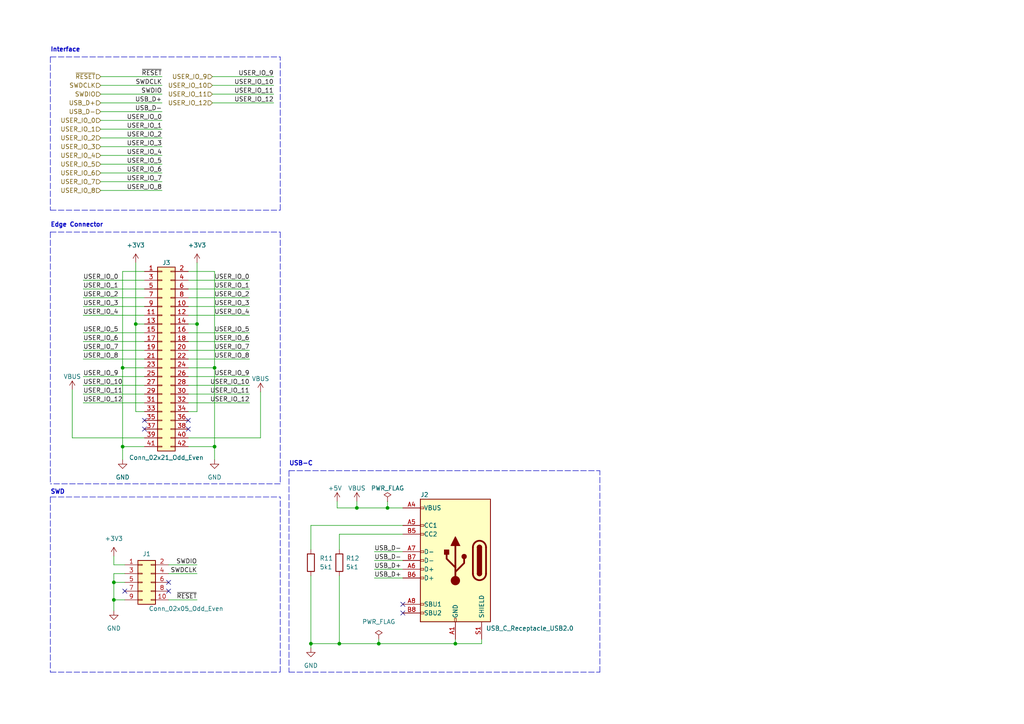
<source format=kicad_sch>
(kicad_sch (version 20211123) (generator eeschema)
  (paper "A4")
  (title_block (title "Pico Card") (date "2022-05-28") (rev "v1.0") (company "DIVA ENG"))
  (lib_symbols
    (symbol "Connector:USB_C_Receptacle_USB2.0" (pin_names (offset 1.016))
      (property "Reference" "J" (at -10.16 19.05 0))
      (property "Value" "USB_C_Receptacle_USB2.0" (at 19.05 19.05 0))
      (symbol "USB_C_Receptacle_USB2.0_0_0"
        (rectangle (start -0.254 -17.78) (end 0.254 -16.764))
        (rectangle (start 10.16 -14.986) (end 9.144 -15.494))
        (rectangle (start 10.16 -12.446) (end 9.144 -12.954))
        (rectangle (start 10.16 -4.826) (end 9.144 -5.334))
        (rectangle (start 10.16 -2.286) (end 9.144 -2.794))
        (rectangle (start 10.16 0.254) (end 9.144 -0.254))
        (rectangle (start 10.16 2.794) (end 9.144 2.286))
        (rectangle (start 10.16 7.874) (end 9.144 7.366))
        (rectangle (start 10.16 10.414) (end 9.144 9.906))
        (rectangle (start 10.16 15.494) (end 9.144 14.986))
      )
      (symbol "USB_C_Receptacle_USB2.0_0_1"
        (rectangle (start -10.16 17.78) (end 10.16 -17.78) (stroke (width 0.254)) (fill (type background)))
        (arc (start -8.89 -3.81) (mid -6.985 -5.715) (end -5.08 -3.81) (stroke (width 0.508)))
        (arc (start -7.62 -3.81) (mid -6.985 -4.445) (end -6.35 -3.81) (stroke (width 0.254)))
        (arc (start -7.62 -3.81) (mid -6.985 -4.445) (end -6.35 -3.81) (stroke (width 0.254)) (fill (type outline)))
        (rectangle (start -7.62 -3.81) (end -6.35 3.81) (stroke (width 0.254)) (fill (type outline)))
        (arc (start -6.35 3.81) (mid -6.985 4.445) (end -7.62 3.81) (stroke (width 0.254)))
        (arc (start -6.35 3.81) (mid -6.985 4.445) (end -7.62 3.81) (stroke (width 0.254)) (fill (type outline)))
        (arc (start -5.08 3.81) (mid -6.985 5.715) (end -8.89 3.81) (stroke (width 0.508)))
        (circle (center -2.54 1.143) (radius 0.635) (stroke (width 0.254)) (fill (type outline)))
        (circle (center 0 -5.842) (radius 1.27) (fill (type outline)))
        (polyline (pts (xy -8.89 -3.81) (xy -8.89 3.81)) (stroke (width 0.508)))
        (polyline (pts (xy -5.08 3.81) (xy -5.08 -3.81)) (stroke (width 0.508)))
        (polyline (pts (xy 0 -5.842) (xy 0 4.318)) (stroke (width 0.508)))
        (polyline (pts (xy 0 -3.302) (xy -2.54 -0.762) (xy -2.54 0.508)) (stroke (width 0.508)))
        (polyline (pts (xy 0 -2.032) (xy 2.54 0.508) (xy 2.54 1.778)) (stroke (width 0.508)))
        (polyline (pts (xy -1.27 4.318) (xy 0 6.858) (xy 1.27 4.318) (xy -1.27 4.318)) (stroke (width 0.254)) (fill (type outline)))
        (rectangle (start 1.905 1.778) (end 3.175 3.048) (stroke (width 0.254)) (fill (type outline)))
      )
      (symbol "USB_C_Receptacle_USB2.0_1_1"
        (pin passive line (at 0 -22.86 90) (length 5.08) (name "GND") (number "A1"))
        (pin passive line (at 0 -22.86 90) (length 5.08) hide (name "GND") (number "A12"))
        (pin passive line (at 15.24 15.24 180) (length 5.08) (name "VBUS") (number "A4"))
        (pin bidirectional line (at 15.24 10.16 180) (length 5.08) (name "CC1") (number "A5"))
        (pin bidirectional line (at 15.24 -2.54 180) (length 5.08) (name "D+") (number "A6"))
        (pin bidirectional line (at 15.24 2.54 180) (length 5.08) (name "D-") (number "A7"))
        (pin bidirectional line (at 15.24 -12.7 180) (length 5.08) (name "SBU1") (number "A8"))
        (pin passive line (at 15.24 15.24 180) (length 5.08) hide (name "VBUS") (number "A9"))
        (pin passive line (at 0 -22.86 90) (length 5.08) hide (name "GND") (number "B1"))
        (pin passive line (at 0 -22.86 90) (length 5.08) hide (name "GND") (number "B12"))
        (pin passive line (at 15.24 15.24 180) (length 5.08) hide (name "VBUS") (number "B4"))
        (pin bidirectional line (at 15.24 7.62 180) (length 5.08) (name "CC2") (number "B5"))
        (pin bidirectional line (at 15.24 -5.08 180) (length 5.08) (name "D+") (number "B6"))
        (pin bidirectional line (at 15.24 0 180) (length 5.08) (name "D-") (number "B7"))
        (pin bidirectional line (at 15.24 -15.24 180) (length 5.08) (name "SBU2") (number "B8"))
        (pin passive line (at 15.24 15.24 180) (length 5.08) hide (name "VBUS") (number "B9"))
        (pin passive line (at -7.62 -22.86 90) (length 5.08) (name "SHIELD") (number "S1"))
      )
    )
    (symbol "Connector_Generic:Conn_02x05_Odd_Even" (pin_names (offset 1.016) hide)
      (property "Reference" "J" (at 1.27 7.62 0))
      (property "Value" "Conn_02x05_Odd_Even" (at 1.27 -7.62 0))
      (symbol "Conn_02x05_Odd_Even_1_1"
        (rectangle (start -1.27 -4.953) (end 0 -5.207) (stroke (width 0.1524)))
        (rectangle (start -1.27 -2.413) (end 0 -2.667) (stroke (width 0.1524)))
        (rectangle (start -1.27 0.127) (end 0 -0.127) (stroke (width 0.1524)))
        (rectangle (start -1.27 2.667) (end 0 2.413) (stroke (width 0.1524)))
        (rectangle (start -1.27 5.207) (end 0 4.953) (stroke (width 0.1524)))
        (rectangle (start -1.27 6.35) (end 3.81 -6.35) (stroke (width 0.254)) (fill (type background)))
        (rectangle (start 3.81 -4.953) (end 2.54 -5.207) (stroke (width 0.1524)))
        (rectangle (start 3.81 -2.413) (end 2.54 -2.667) (stroke (width 0.1524)))
        (rectangle (start 3.81 0.127) (end 2.54 -0.127) (stroke (width 0.1524)))
        (rectangle (start 3.81 2.667) (end 2.54 2.413) (stroke (width 0.1524)))
        (rectangle (start 3.81 5.207) (end 2.54 4.953) (stroke (width 0.1524)))
        (pin passive line (at -5.08 5.08 0) (length 3.81) (name "Pin_1") (number "1"))
        (pin passive line (at 7.62 -5.08 180) (length 3.81) (name "Pin_10") (number "10"))
        (pin passive line (at 7.62 5.08 180) (length 3.81) (name "Pin_2") (number "2"))
        (pin passive line (at -5.08 2.54 0) (length 3.81) (name "Pin_3") (number "3"))
        (pin passive line (at 7.62 2.54 180) (length 3.81) (name "Pin_4") (number "4"))
        (pin passive line (at -5.08 0 0) (length 3.81) (name "Pin_5") (number "5"))
        (pin passive line (at 7.62 0 180) (length 3.81) (name "Pin_6") (number "6"))
        (pin passive line (at -5.08 -2.54 0) (length 3.81) (name "Pin_7") (number "7"))
        (pin passive line (at 7.62 -2.54 180) (length 3.81) (name "Pin_8") (number "8"))
        (pin passive line (at -5.08 -5.08 0) (length 3.81) (name "Pin_9") (number "9"))
      )
    )
    (symbol "Connector_Generic:Conn_02x21_Odd_Even" (pin_names (offset 1.016) hide)
      (property "Reference" "J" (at 1.27 27.94 0))
      (property "Value" "Conn_02x21_Odd_Even" (at 1.27 -27.94 0))
      (symbol "Conn_02x21_Odd_Even_1_1"
        (rectangle (start -1.27 -25.273) (end 0 -25.527) (stroke (width 0.1524)))
        (rectangle (start -1.27 -22.733) (end 0 -22.987) (stroke (width 0.1524)))
        (rectangle (start -1.27 -20.193) (end 0 -20.447) (stroke (width 0.1524)))
        (rectangle (start -1.27 -17.653) (end 0 -17.907) (stroke (width 0.1524)))
        (rectangle (start -1.27 -15.113) (end 0 -15.367) (stroke (width 0.1524)))
        (rectangle (start -1.27 -12.573) (end 0 -12.827) (stroke (width 0.1524)))
        (rectangle (start -1.27 -10.033) (end 0 -10.287) (stroke (width 0.1524)))
        (rectangle (start -1.27 -7.493) (end 0 -7.747) (stroke (width 0.1524)))
        (rectangle (start -1.27 -4.953) (end 0 -5.207) (stroke (width 0.1524)))
        (rectangle (start -1.27 -2.413) (end 0 -2.667) (stroke (width 0.1524)))
        (rectangle (start -1.27 0.127) (end 0 -0.127) (stroke (width 0.1524)))
        (rectangle (start -1.27 2.667) (end 0 2.413) (stroke (width 0.1524)))
        (rectangle (start -1.27 5.207) (end 0 4.953) (stroke (width 0.1524)))
        (rectangle (start -1.27 7.747) (end 0 7.493) (stroke (width 0.1524)))
        (rectangle (start -1.27 10.287) (end 0 10.033) (stroke (width 0.1524)))
        (rectangle (start -1.27 12.827) (end 0 12.573) (stroke (width 0.1524)))
        (rectangle (start -1.27 15.367) (end 0 15.113) (stroke (width 0.1524)))
        (rectangle (start -1.27 17.907) (end 0 17.653) (stroke (width 0.1524)))
        (rectangle (start -1.27 20.447) (end 0 20.193) (stroke (width 0.1524)))
        (rectangle (start -1.27 22.987) (end 0 22.733) (stroke (width 0.1524)))
        (rectangle (start -1.27 25.527) (end 0 25.273) (stroke (width 0.1524)))
        (rectangle (start -1.27 26.67) (end 3.81 -26.67) (stroke (width 0.254)) (fill (type background)))
        (rectangle (start 3.81 -25.273) (end 2.54 -25.527) (stroke (width 0.1524)))
        (rectangle (start 3.81 -22.733) (end 2.54 -22.987) (stroke (width 0.1524)))
        (rectangle (start 3.81 -20.193) (end 2.54 -20.447) (stroke (width 0.1524)))
        (rectangle (start 3.81 -17.653) (end 2.54 -17.907) (stroke (width 0.1524)))
        (rectangle (start 3.81 -15.113) (end 2.54 -15.367) (stroke (width 0.1524)))
        (rectangle (start 3.81 -12.573) (end 2.54 -12.827) (stroke (width 0.1524)))
        (rectangle (start 3.81 -10.033) (end 2.54 -10.287) (stroke (width 0.1524)))
        (rectangle (start 3.81 -7.493) (end 2.54 -7.747) (stroke (width 0.1524)))
        (rectangle (start 3.81 -4.953) (end 2.54 -5.207) (stroke (width 0.1524)))
        (rectangle (start 3.81 -2.413) (end 2.54 -2.667) (stroke (width 0.1524)))
        (rectangle (start 3.81 0.127) (end 2.54 -0.127) (stroke (width 0.1524)))
        (rectangle (start 3.81 2.667) (end 2.54 2.413) (stroke (width 0.1524)))
        (rectangle (start 3.81 5.207) (end 2.54 4.953) (stroke (width 0.1524)))
        (rectangle (start 3.81 7.747) (end 2.54 7.493) (stroke (width 0.1524)))
        (rectangle (start 3.81 10.287) (end 2.54 10.033) (stroke (width 0.1524)))
        (rectangle (start 3.81 12.827) (end 2.54 12.573) (stroke (width 0.1524)))
        (rectangle (start 3.81 15.367) (end 2.54 15.113) (stroke (width 0.1524)))
        (rectangle (start 3.81 17.907) (end 2.54 17.653) (stroke (width 0.1524)))
        (rectangle (start 3.81 20.447) (end 2.54 20.193) (stroke (width 0.1524)))
        (rectangle (start 3.81 22.987) (end 2.54 22.733) (stroke (width 0.1524)))
        (rectangle (start 3.81 25.527) (end 2.54 25.273) (stroke (width 0.1524)))
        (pin passive line (at -5.08 25.4 0) (length 3.81) (name "Pin_1") (number "1"))
        (pin passive line (at 7.62 15.24 180) (length 3.81) (name "Pin_10") (number "10"))
        (pin passive line (at -5.08 12.7 0) (length 3.81) (name "Pin_11") (number "11"))
        (pin passive line (at 7.62 12.7 180) (length 3.81) (name "Pin_12") (number "12"))
        (pin passive line (at -5.08 10.16 0) (length 3.81) (name "Pin_13") (number "13"))
        (pin passive line (at 7.62 10.16 180) (length 3.81) (name "Pin_14") (number "14"))
        (pin passive line (at -5.08 7.62 0) (length 3.81) (name "Pin_15") (number "15"))
        (pin passive line (at 7.62 7.62 180) (length 3.81) (name "Pin_16") (number "16"))
        (pin passive line (at -5.08 5.08 0) (length 3.81) (name "Pin_17") (number "17"))
        (pin passive line (at 7.62 5.08 180) (length 3.81) (name "Pin_18") (number "18"))
        (pin passive line (at -5.08 2.54 0) (length 3.81) (name "Pin_19") (number "19"))
        (pin passive line (at 7.62 25.4 180) (length 3.81) (name "Pin_2") (number "2"))
        (pin passive line (at 7.62 2.54 180) (length 3.81) (name "Pin_20") (number "20"))
        (pin passive line (at -5.08 0 0) (length 3.81) (name "Pin_21") (number "21"))
        (pin passive line (at 7.62 0 180) (length 3.81) (name "Pin_22") (number "22"))
        (pin passive line (at -5.08 -2.54 0) (length 3.81) (name "Pin_23") (number "23"))
        (pin passive line (at 7.62 -2.54 180) (length 3.81) (name "Pin_24") (number "24"))
        (pin passive line (at -5.08 -5.08 0) (length 3.81) (name "Pin_25") (number "25"))
        (pin passive line (at 7.62 -5.08 180) (length 3.81) (name "Pin_26") (number "26"))
        (pin passive line (at -5.08 -7.62 0) (length 3.81) (name "Pin_27") (number "27"))
        (pin passive line (at 7.62 -7.62 180) (length 3.81) (name "Pin_28") (number "28"))
        (pin passive line (at -5.08 -10.16 0) (length 3.81) (name "Pin_29") (number "29"))
        (pin passive line (at -5.08 22.86 0) (length 3.81) (name "Pin_3") (number "3"))
        (pin passive line (at 7.62 -10.16 180) (length 3.81) (name "Pin_30") (number "30"))
        (pin passive line (at -5.08 -12.7 0) (length 3.81) (name "Pin_31") (number "31"))
        (pin passive line (at 7.62 -12.7 180) (length 3.81) (name "Pin_32") (number "32"))
        (pin passive line (at -5.08 -15.24 0) (length 3.81) (name "Pin_33") (number "33"))
        (pin passive line (at 7.62 -15.24 180) (length 3.81) (name "Pin_34") (number "34"))
        (pin passive line (at -5.08 -17.78 0) (length 3.81) (name "Pin_35") (number "35"))
        (pin passive line (at 7.62 -17.78 180) (length 3.81) (name "Pin_36") (number "36"))
        (pin passive line (at -5.08 -20.32 0) (length 3.81) (name "Pin_37") (number "37"))
        (pin passive line (at 7.62 -20.32 180) (length 3.81) (name "Pin_38") (number "38"))
        (pin passive line (at -5.08 -22.86 0) (length 3.81) (name "Pin_39") (number "39"))
        (pin passive line (at 7.62 22.86 180) (length 3.81) (name "Pin_4") (number "4"))
        (pin passive line (at 7.62 -22.86 180) (length 3.81) (name "Pin_40") (number "40"))
        (pin passive line (at -5.08 -25.4 0) (length 3.81) (name "Pin_41") (number "41"))
        (pin passive line (at 7.62 -25.4 180) (length 3.81) (name "Pin_42") (number "42"))
        (pin passive line (at -5.08 20.32 0) (length 3.81) (name "Pin_5") (number "5"))
        (pin passive line (at 7.62 20.32 180) (length 3.81) (name "Pin_6") (number "6"))
        (pin passive line (at -5.08 17.78 0) (length 3.81) (name "Pin_7") (number "7"))
        (pin passive line (at 7.62 17.78 180) (length 3.81) (name "Pin_8") (number "8"))
        (pin passive line (at -5.08 15.24 0) (length 3.81) (name "Pin_9") (number "9"))
      )
    )
    (symbol "Device:R" (pin_numbers hide) (pin_names (offset 0))
      (property "Reference" "R" (at 2.032 0 90))
      (property "Value" "R" (at 0 0 90))
      (symbol "R_0_1"
        (rectangle (start -1.016 -2.54) (end 1.016 2.54) (stroke (width 0.254)))
      )
      (symbol "R_1_1"
        (pin passive line (at 0 3.81 270) (length 1.27) (name "~") (number "1"))
        (pin passive line (at 0 -3.81 90) (length 1.27) (name "~") (number "2"))
      )
    )
    (symbol "power:+3.3V" (power) (pin_names (offset 0))
      (property "Value" "+3.3V" (at 0 3.556 0))
      (symbol "+3.3V_0_1"
        (polyline (pts (xy -0.762 1.27) (xy 0 2.54)))
        (polyline (pts (xy 0 0) (xy 0 2.54)))
        (polyline (pts (xy 0 2.54) (xy 0.762 1.27)))
      )
      (symbol "+3.3V_1_1"
        (pin power_in line (at 0 0 90) (length 0) hide (name "+3V3") (number "1"))
      )
    )
    (symbol "power:+5V" (power) (pin_names (offset 0))
      (property "Value" "+5V" (at 0 3.556 0))
      (symbol "+5V_0_1"
        (polyline (pts (xy -0.762 1.27) (xy 0 2.54)))
        (polyline (pts (xy 0 0) (xy 0 2.54)))
        (polyline (pts (xy 0 2.54) (xy 0.762 1.27)))
      )
      (symbol "+5V_1_1"
        (pin power_in line (at 0 0 90) (length 0) hide (name "+5V") (number "1"))
      )
    )
    (symbol "power:GND" (power) (pin_names (offset 0))
      (property "Value" "GND" (at 0 -3.81 0))
      (symbol "GND_0_1"
        (polyline (pts (xy 0 0) (xy 0 -1.27) (xy 1.27 -1.27) (xy 0 -2.54) (xy -1.27 -1.27) (xy 0 -1.27)))
      )
      (symbol "GND_1_1"
        (pin power_in line (at 0 0 270) (length 0) hide (name "GND") (number "1"))
      )
    )
    (symbol "power:PWR_FLAG" (power) (pin_numbers hide) (pin_names (offset 0) hide)
      (property "Value" "PWR_FLAG" (at 0 3.81 0))
      (symbol "PWR_FLAG_0_0"
        (pin power_out line (at 0 0 90) (length 0) (name "pwr") (number "1"))
      )
      (symbol "PWR_FLAG_0_1"
        (polyline (pts (xy 0 0) (xy 0 1.27) (xy -1.016 1.905) (xy 0 2.54) (xy 1.016 1.905) (xy 0 1.27)))
      )
    )
    (symbol "power:VBUS" (power) (pin_names (offset 0))
      (property "Value" "VBUS" (at 0 3.81 0))
      (symbol "VBUS_0_1"
        (polyline (pts (xy -0.762 1.27) (xy 0 2.54)))
        (polyline (pts (xy 0 0) (xy 0 2.54)))
        (polyline (pts (xy 0 2.54) (xy 0.762 1.27)))
      )
      (symbol "VBUS_1_1"
        (pin power_in line (at 0 0 90) (length 0) hide (name "VBUS") (number "1"))
      )
    )
  )
  (junction (at 98.425 186.69))
  (junction (at 90.17 186.69))
  (junction (at 62.23 106.68))
  (junction (at 33.02 168.91))
  (junction (at 112.395 147.32))
  (junction (at 39.37 93.98))
  (junction (at 35.56 129.54))
  (junction (at 109.855 186.69))
  (junction (at 57.15 93.98))
  (junction (at 35.56 106.68))
  (junction (at 103.505 147.32))
  (junction (at 62.23 129.54))
  (junction (at 33.02 173.99))
  (junction (at 132.08 186.69))
  (no_connect (at 36.195 171.45))
  (no_connect (at 116.84 175.26))
  (no_connect (at 48.895 171.45))
  (no_connect (at 48.895 168.91))
  (no_connect (at 41.91 124.46))
  (no_connect (at 54.61 124.46))
  (no_connect (at 54.61 121.92))
  (no_connect (at 116.84 177.8))
  (no_connect (at 41.91 121.92))
  (polyline (pts (xy 14.605 144.145) (xy 81.28 144.145)))
  (wire (pts (xy 29.21 34.925) (xy 46.99 34.925)))
  (wire (pts (xy 98.425 167.005) (xy 98.425 186.69)))
  (polyline (pts (xy 83.82 136.525) (xy 83.82 194.945)))
  (wire (pts (xy 54.61 99.06) (xy 72.39 99.06)))
  (polyline (pts (xy 14.605 194.945) (xy 81.28 194.945)))
  (wire (pts (xy 35.56 129.54) (xy 41.91 129.54)))
  (wire (pts (xy 57.15 163.83) (xy 48.895 163.83)))
  (wire (pts (xy 20.955 113.03) (xy 20.955 127)))
  (wire (pts (xy 54.61 119.38) (xy 57.15 119.38)))
  (wire (pts (xy 57.15 93.98) (xy 54.61 93.98)))
  (wire (pts (xy 35.56 129.54) (xy 35.56 133.35)))
  (wire (pts (xy 108.585 167.64) (xy 116.84 167.64)))
  (wire (pts (xy 61.595 24.765) (xy 79.375 24.765)))
  (wire (pts (xy 103.505 147.32) (xy 112.395 147.32)))
  (wire (pts (xy 48.895 166.37) (xy 57.15 166.37)))
  (wire (pts (xy 41.91 86.36) (xy 24.13 86.36)))
  (wire (pts (xy 33.02 168.91) (xy 36.195 168.91)))
  (wire (pts (xy 108.585 165.1) (xy 116.84 165.1)))
  (wire (pts (xy 29.21 42.545) (xy 46.99 42.545)))
  (wire (pts (xy 35.56 78.74) (xy 35.56 106.68)))
  (wire (pts (xy 41.91 91.44) (xy 24.13 91.44)))
  (wire (pts (xy 61.595 22.225) (xy 79.375 22.225)))
  (wire (pts (xy 54.61 91.44) (xy 72.39 91.44)))
  (wire (pts (xy 35.56 106.68) (xy 41.91 106.68)))
  (polyline (pts (xy 81.28 194.945) (xy 81.28 144.145)))
  (wire (pts (xy 54.61 129.54) (xy 62.23 129.54)))
  (wire (pts (xy 57.15 119.38) (xy 57.15 93.98)))
  (wire (pts (xy 97.79 145.415) (xy 97.79 147.32)))
  (wire (pts (xy 108.585 162.56) (xy 116.84 162.56)))
  (polyline (pts (xy 14.605 67.31) (xy 81.28 67.31)))
  (wire (pts (xy 39.37 93.98) (xy 41.91 93.98)))
  (wire (pts (xy 62.23 129.54) (xy 62.23 133.35)))
  (wire (pts (xy 90.17 152.4) (xy 90.17 159.385)))
  (wire (pts (xy 132.08 185.42) (xy 132.08 186.69)))
  (wire (pts (xy 36.195 166.37) (xy 33.02 166.37)))
  (wire (pts (xy 90.17 152.4) (xy 116.84 152.4)))
  (wire (pts (xy 29.21 22.225) (xy 46.99 22.225)))
  (wire (pts (xy 98.425 186.69) (xy 90.17 186.69)))
  (wire (pts (xy 33.02 173.99) (xy 36.195 173.99)))
  (wire (pts (xy 35.56 106.68) (xy 35.56 129.54)))
  (wire (pts (xy 54.61 78.74) (xy 62.23 78.74)))
  (wire (pts (xy 39.37 76.2) (xy 39.37 93.98)))
  (wire (pts (xy 48.895 173.99) (xy 57.15 173.99)))
  (wire (pts (xy 20.955 127) (xy 41.91 127)))
  (polyline (pts (xy 83.82 194.945) (xy 173.99 194.945)))
  (wire (pts (xy 54.61 86.36) (xy 72.39 86.36)))
  (wire (pts (xy 33.02 168.91) (xy 33.02 173.99)))
  (wire (pts (xy 116.84 154.94) (xy 98.425 154.94)))
  (wire (pts (xy 29.21 32.385) (xy 46.99 32.385)))
  (wire (pts (xy 41.91 114.3) (xy 24.13 114.3)))
  (wire (pts (xy 33.02 161.29) (xy 33.02 163.83)))
  (wire (pts (xy 39.37 119.38) (xy 39.37 93.98)))
  (wire (pts (xy 54.61 104.14) (xy 72.39 104.14)))
  (polyline (pts (xy 83.82 136.525) (xy 173.99 136.525)))
  (wire (pts (xy 41.91 81.28) (xy 24.13 81.28)))
  (wire (pts (xy 29.21 50.165) (xy 46.99 50.165)))
  (wire (pts (xy 139.7 185.42) (xy 139.7 186.69)))
  (wire (pts (xy 29.21 27.305) (xy 46.99 27.305)))
  (wire (pts (xy 29.21 55.245) (xy 46.99 55.245)))
  (wire (pts (xy 54.61 96.52) (xy 72.39 96.52)))
  (wire (pts (xy 41.91 96.52) (xy 24.13 96.52)))
  (wire (pts (xy 54.61 127) (xy 75.565 127)))
  (wire (pts (xy 139.7 186.69) (xy 132.08 186.69)))
  (wire (pts (xy 109.855 186.69) (xy 132.08 186.69)))
  (wire (pts (xy 61.595 27.305) (xy 79.375 27.305)))
  (polyline (pts (xy 14.605 16.51) (xy 14.605 60.96)))
  (polyline (pts (xy 14.605 67.31) (xy 14.605 140.335)))
  (wire (pts (xy 54.61 114.3) (xy 72.39 114.3)))
  (wire (pts (xy 54.61 109.22) (xy 72.39 109.22)))
  (wire (pts (xy 41.91 101.6) (xy 24.13 101.6)))
  (wire (pts (xy 62.23 78.74) (xy 62.23 106.68)))
  (wire (pts (xy 54.61 101.6) (xy 72.39 101.6)))
  (wire (pts (xy 54.61 83.82) (xy 72.39 83.82)))
  (wire (pts (xy 29.21 52.705) (xy 46.99 52.705)))
  (wire (pts (xy 33.02 166.37) (xy 33.02 168.91)))
  (wire (pts (xy 54.61 81.28) (xy 72.39 81.28)))
  (wire (pts (xy 41.91 109.22) (xy 24.13 109.22)))
  (wire (pts (xy 41.91 88.9) (xy 24.13 88.9)))
  (polyline (pts (xy 14.605 144.145) (xy 14.605 194.945)))
  (wire (pts (xy 29.21 40.005) (xy 46.99 40.005)))
  (wire (pts (xy 29.21 24.765) (xy 46.99 24.765)))
  (wire (pts (xy 29.21 37.465) (xy 46.99 37.465)))
  (polyline (pts (xy 173.99 194.945) (xy 173.99 136.525)))
  (wire (pts (xy 90.17 167.005) (xy 90.17 186.69)))
  (wire (pts (xy 57.15 76.2) (xy 57.15 93.98)))
  (wire (pts (xy 41.91 83.82) (xy 24.13 83.82)))
  (wire (pts (xy 36.195 163.83) (xy 33.02 163.83)))
  (wire (pts (xy 41.91 104.14) (xy 24.13 104.14)))
  (wire (pts (xy 29.21 45.085) (xy 46.99 45.085)))
  (wire (pts (xy 97.79 147.32) (xy 103.505 147.32)))
  (wire (pts (xy 75.565 113.665) (xy 75.565 127)))
  (wire (pts (xy 54.61 88.9) (xy 72.39 88.9)))
  (wire (pts (xy 108.585 160.02) (xy 116.84 160.02)))
  (wire (pts (xy 54.61 106.68) (xy 62.23 106.68)))
  (wire (pts (xy 33.02 173.99) (xy 33.02 177.165)))
  (wire (pts (xy 41.91 78.74) (xy 35.56 78.74)))
  (wire (pts (xy 61.595 29.845) (xy 79.375 29.845)))
  (wire (pts (xy 103.505 145.415) (xy 103.505 147.32)))
  (polyline (pts (xy 81.28 60.96) (xy 81.28 16.51)))
  (polyline (pts (xy 81.28 140.335) (xy 14.605 140.335)))
  (wire (pts (xy 112.395 145.415) (xy 112.395 147.32)))
  (wire (pts (xy 109.855 185.42) (xy 109.855 186.69)))
  (wire (pts (xy 90.17 186.69) (xy 90.17 187.96)))
  (wire (pts (xy 116.84 147.32) (xy 112.395 147.32)))
  (wire (pts (xy 62.23 106.68) (xy 62.23 129.54)))
  (wire (pts (xy 98.425 186.69) (xy 109.855 186.69)))
  (wire (pts (xy 98.425 154.94) (xy 98.425 159.385)))
  (wire (pts (xy 29.21 47.625) (xy 46.99 47.625)))
  (polyline (pts (xy 14.605 16.51) (xy 81.28 16.51)))
  (polyline (pts (xy 81.28 67.31) (xy 81.28 140.335)))
  (wire (pts (xy 41.91 116.84) (xy 24.13 116.84)))
  (wire (pts (xy 41.91 119.38) (xy 39.37 119.38)))
  (wire (pts (xy 41.91 111.76) (xy 24.13 111.76)))
  (wire (pts (xy 54.61 116.84) (xy 72.39 116.84)))
  (wire (pts (xy 29.21 29.845) (xy 46.99 29.845)))
  (polyline (pts (xy 14.605 60.96) (xy 81.28 60.96)))
  (wire (pts (xy 54.61 111.76) (xy 72.39 111.76)))
  (wire (pts (xy 41.91 99.06) (xy 24.13 99.06)))
  (text "SWD" (at 14.605 143.51 0) (effects (font (size 1.27 1.27) (thickness 0.254) bold) (justify left bottom)))
  (text "Edge Connector" (at 14.605 66.04 0) (effects (font (size 1.27 1.27) bold) (justify left bottom)))
  (text "Interface" (at 14.605 15.24 0) (effects (font (size 1.27 1.27) bold) (justify left bottom)))
  (text "USB-C" (at 83.82 135.255 0) (effects (font (size 1.27 1.27) (thickness 0.254) bold) (justify left bottom)))
  (label "USB_D+" (at 108.585 165.1 0))
  (label "USER_IO_7" (at 46.99 52.705 180))
  (label "USER_IO_6" (at 72.39 99.06 180))
  (label "USER_IO_0" (at 46.99 34.925 180))
  (label "SWDCLK" (at 57.15 166.37 180))
  (label "USB_D+" (at 108.585 167.64 0))
  (label "USER_IO_5" (at 24.13 96.52 0))
  (label "USER_IO_12" (at 79.375 29.845 180))
  (label "USER_IO_3" (at 24.13 88.9 0))
  (label "USER_IO_9" (at 24.13 109.22 0))
  (label "USER_IO_9" (at 72.39 109.22 180))
  (label "USER_IO_8" (at 46.99 55.245 180))
  (label "SWDCLK" (at 46.99 24.765 180))
  (label "USER_IO_0" (at 24.13 81.28 0))
  (label "USER_IO_3" (at 72.39 88.9 180))
  (label "~{RESET}" (at 46.99 22.225 180))
  (label "USER_IO_7" (at 72.39 101.6 180))
  (label "USER_IO_11" (at 24.13 114.3 0))
  (label "USB_D-" (at 108.585 160.02 0))
  (label "USER_IO_10" (at 72.39 111.76 180))
  (label "USER_IO_5" (at 72.39 96.52 180))
  (label "USER_IO_5" (at 46.99 47.625 180))
  (label "USER_IO_6" (at 24.13 99.06 0))
  (label "USER_IO_8" (at 72.39 104.14 180))
  (label "SWDIO" (at 46.99 27.305 180))
  (label "USER_IO_11" (at 72.39 114.3 180))
  (label "USER_IO_0" (at 72.39 81.28 180))
  (label "USB_D-" (at 108.585 162.56 0))
  (label "USB_D+" (at 46.99 29.845 180))
  (label "USER_IO_2" (at 72.39 86.36 180))
  (label "USER_IO_12" (at 72.39 116.84 180))
  (label "USER_IO_4" (at 24.13 91.44 0))
  (label "USER_IO_1" (at 46.99 37.465 180))
  (label "USB_D-" (at 46.99 32.385 180))
  (label "USER_IO_7" (at 24.13 101.6 0))
  (label "USER_IO_11" (at 79.375 27.305 180))
  (label "SWDIO" (at 57.15 163.83 180))
  (label "USER_IO_6" (at 46.99 50.165 180))
  (label "USER_IO_10" (at 79.375 24.765 180))
  (label "USER_IO_2" (at 46.99 40.005 180))
  (label "USER_IO_1" (at 24.13 83.82 0))
  (label "USER_IO_1" (at 72.39 83.82 180))
  (label "USER_IO_4" (at 72.39 91.44 180))
  (label "USER_IO_12" (at 24.13 116.84 0))
  (label "USER_IO_3" (at 46.99 42.545 180))
  (label "~{RESET}" (at 57.15 173.99 180))
  (label "USER_IO_9" (at 79.375 22.225 180))
  (label "USER_IO_2" (at 24.13 86.36 0))
  (label "USER_IO_8" (at 24.13 104.14 0))
  (label "USER_IO_10" (at 24.13 111.76 0))
  (label "USER_IO_4" (at 46.99 45.085 180))
  (hierarchical_label "USB_D+" (shape input) (at 29.21 29.845 180))
  (hierarchical_label "USER_IO_11" (shape input) (at 61.595 27.305 180))
  (hierarchical_label "USER_IO_0" (shape input) (at 29.21 34.925 180))
  (hierarchical_label "USER_IO_4" (shape input) (at 29.21 45.085 180))
  (hierarchical_label "USER_IO_6" (shape input) (at 29.21 50.165 180))
  (hierarchical_label "USER_IO_3" (shape input) (at 29.21 42.545 180))
  (hierarchical_label "~{RESET}" (shape input) (at 29.21 22.225 180))
  (hierarchical_label "USER_IO_8" (shape input) (at 29.21 55.245 180))
  (hierarchical_label "USB_D-" (shape input) (at 29.21 32.385 180))
  (hierarchical_label "SWDCLK" (shape input) (at 29.21 24.765 180))
  (hierarchical_label "USER_IO_9" (shape input) (at 61.595 22.225 180))
  (hierarchical_label "USER_IO_12" (shape input) (at 61.595 29.845 180))
  (hierarchical_label "USER_IO_10" (shape input) (at 61.595 24.765 180))
  (hierarchical_label "USER_IO_5" (shape input) (at 29.21 47.625 180))
  (hierarchical_label "SWDIO" (shape input) (at 29.21 27.305 180))
  (hierarchical_label "USER_IO_2" (shape input) (at 29.21 40.005 180))
  (hierarchical_label "USER_IO_1" (shape input) (at 29.21 37.465 180))
  (hierarchical_label "USER_IO_7" (shape input) (at 29.21 52.705 180))
  (symbol (lib_id "power:+3.3V") (at 57.15 76.2 0) (mirror y) (unit 1)
    (property "Reference" "#PWR0103" (effects hide))
    (property "Value" "+3.3V" (at 57.15 71.12 0))
  )
  (symbol (lib_id "Device:R") (at 98.425 163.195 0) (unit 1)
    (property "Reference" "R12" (at 100.33 161.9249 0) (effects (justify left)))
    (property "Value" "5k1" (at 100.33 164.4649 0) (effects (justify left)))
    (property "Footprint" "Resistor_SMD:R_0402_1005Metric" (effects hide))
  )
  (symbol (lib_id "power:GND") (at 33.02 177.165 0) (unit 1)
    (property "Reference" "#PWR077" (effects hide))
    (property "Value" "GND" (at 33.02 182.245 0))
  )
  (symbol (lib_id "power:+3.3V") (at 33.02 161.29 0) (unit 1)
    (property "Reference" "#PWR076" (effects hide))
    (property "Value" "+3.3V" (at 33.02 156.21 0))
  )
  (symbol (lib_id "power:GND") (at 35.56 133.35 0) (unit 1)
    (property "Reference" "#PWR0102" (effects hide))
    (property "Value" "GND" (at 35.56 138.43 0))
  )
  (symbol (lib_id "power:PWR_FLAG") (at 112.395 145.415 0) (unit 1)
    (property "Reference" "#FLG02" (effects hide))
    (property "Value" "PWR_FLAG" (at 112.395 141.605 0))
  )
  (symbol (lib_id "power:PWR_FLAG") (at 109.855 185.42 0) (unit 1)
    (property "Reference" "#FLG03" (effects hide))
    (property "Value" "PWR_FLAG" (at 109.855 180.34 0))
  )
  (symbol (lib_id "power:GND") (at 62.23 133.35 0) (mirror y) (unit 1)
    (property "Reference" "#PWR0101" (effects hide))
    (property "Value" "GND" (at 62.23 138.43 0))
  )
  (symbol (lib_id "Connector_Generic:Conn_02x05_Odd_Even") (at 41.275 168.91 0) (unit 1)
    (property "Reference" "J1" (at 42.545 160.655 0))
    (property "Value" "Conn_02x05_Odd_Even" (at 53.975 176.53 0))
    (property "Footprint" "Connector:Tag-Connect_TC2050-IDC-NL_2x05_P1.27mm_Vertical" (effects hide))
  )
  (symbol (lib_id "Device:R") (at 90.17 163.195 0) (unit 1)
    (property "Reference" "R11" (at 92.71 161.9249 0) (effects (justify left)))
    (property "Value" "5k1" (at 92.71 164.4649 0) (effects (justify left)))
    (property "Footprint" "Resistor_SMD:R_0402_1005Metric" (effects hide))
  )
  (symbol (lib_id "power:+5V") (at 97.79 145.415 0) (unit 1)
    (property "Reference" "#PWR0107" (effects hide))
    (property "Value" "+5V" (at 97.155 141.605 0))
  )
  (symbol (lib_id "Connector:USB_C_Receptacle_USB2.0") (at 132.08 162.56 0) (mirror y) (unit 1)
    (property "Reference" "J2" (at 121.92 143.51 0) (effects (justify right)))
    (property "Value" "USB_C_Receptacle_USB2.0" (at 140.97 182.245 0) (effects (justify right)))
    (property "Footprint" "Connector_USB:USB_C_Receptacle_Palconn_UTC16-G" (effects hide))
    (property "Datasheet" "https://www.usb.org/sites/default/files/documents/usb_type-c.zip" (effects hide))
  )
  (symbol (lib_id "power:VBUS") (at 20.955 113.03 0) (unit 1)
    (property "Reference" "#PWR0106" (effects hide))
    (property "Value" "VBUS" (at 20.955 109.22 0))
  )
  (symbol (lib_id "power:VBUS") (at 103.505 145.415 0) (unit 1)
    (property "Reference" "#PWR078" (effects hide))
    (property "Value" "VBUS" (at 103.505 141.605 0))
  )
  (symbol (lib_id "power:+3.3V") (at 39.37 76.2 0) (unit 1)
    (property "Reference" "#PWR0104" (effects hide))
    (property "Value" "+3.3V" (at 39.37 71.12 0))
  )
  (symbol (lib_id "Connector_Generic:Conn_02x21_Odd_Even") (at 46.99 104.14 0) (unit 1)
    (property "Reference" "J3" (at 48.26 76.2 0))
    (property "Value" "Conn_02x21_Odd_Even" (at 48.26 132.715 0))
    (property "Footprint" "Diva-Card:PICO_CARD_EDGE_21" (effects hide))
  )
  (symbol (lib_id "power:GND") (at 90.17 187.96 0) (unit 1)
    (property "Reference" "#PWR083" (effects hide))
    (property "Value" "GND" (at 90.17 193.04 0))
  )
  (symbol (lib_id "power:VBUS") (at 75.565 113.665 0) (mirror y) (unit 1)
    (property "Reference" "#PWR0105" (effects hide))
    (property "Value" "VBUS" (at 75.565 109.855 0))
  )
)
</source>
